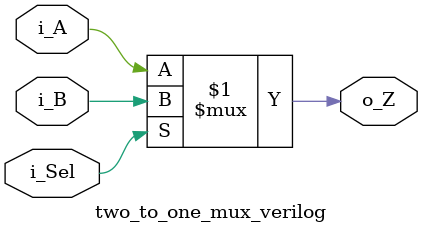
<source format=v>
module two_to_one_mux_verilog 
#(parameter bit_width = 1)
   (input [bit_width-1:0] i_A,  //i_Sel = 0 for i_A
    input [bit_width-1:0] i_B,  //i_Sel = 1 for i_B
    input i_Sel,
    
    output [bit_width-1:0] o_Z
    );
    
    //assign i_B to o_Z if i_Sel=1, assign i_A to o_Z if i_Sel=0
    assign o_Z = i_Sel ? i_B: i_A;  
endmodule

</source>
